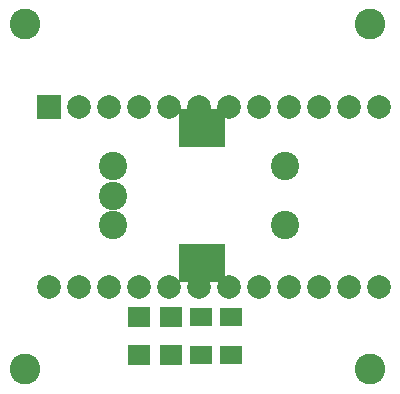
<source format=gbs>
G04 #@! TF.FileFunction,Soldermask,Bot*
%FSLAX46Y46*%
G04 Gerber Fmt 4.6, Leading zero omitted, Abs format (unit mm)*
G04 Created by KiCad (PCBNEW 4.0.7) date Tue Jul  3 21:06:47 2018*
%MOMM*%
%LPD*%
G01*
G04 APERTURE LIST*
%ADD10C,0.100000*%
%ADD11R,4.000000X3.200000*%
%ADD12C,2.400000*%
%ADD13C,2.600000*%
%ADD14R,1.900000X1.650000*%
%ADD15R,1.900000X1.700000*%
%ADD16R,2.000000X2.000000*%
%ADD17C,2.000000*%
G04 APERTURE END LIST*
D10*
D11*
X56400000Y-39800000D03*
X56400000Y-51200000D03*
D12*
X63400000Y-43000000D03*
X63400000Y-48000000D03*
X48900000Y-43000000D03*
X48900000Y-45500000D03*
X48900000Y-48000000D03*
D13*
X70600000Y-60200000D03*
X41400000Y-60200000D03*
X70600000Y-31000000D03*
X41400000Y-31000000D03*
D14*
X56350000Y-55800000D03*
X58850000Y-55800000D03*
X56350000Y-59000000D03*
X58850000Y-59000000D03*
D15*
X51050000Y-55800000D03*
X53750000Y-55800000D03*
X51050000Y-59000000D03*
X53750000Y-59000000D03*
D16*
X43430000Y-37980000D03*
D17*
X45970000Y-37980000D03*
X48510000Y-37980000D03*
X51050000Y-37980000D03*
X53590000Y-37980000D03*
X56130000Y-37980000D03*
X58670000Y-37980000D03*
X61210000Y-37980000D03*
X63750000Y-37980000D03*
X66290000Y-37980000D03*
X68830000Y-37980000D03*
X71370000Y-37980000D03*
X71370000Y-53220000D03*
X68830000Y-53220000D03*
X66290000Y-53220000D03*
X63750000Y-53220000D03*
X61210000Y-53220000D03*
X58670000Y-53220000D03*
X56130000Y-53220000D03*
X53590000Y-53220000D03*
X51050000Y-53220000D03*
X48510000Y-53220000D03*
X45970000Y-53220000D03*
X43430000Y-53220000D03*
M02*

</source>
